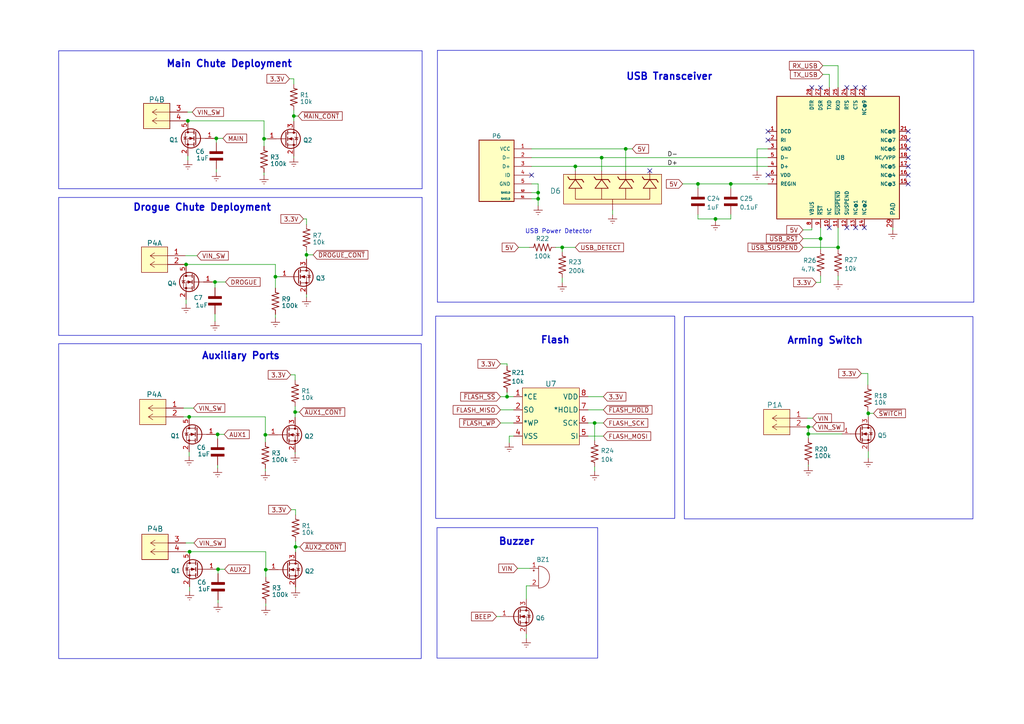
<source format=kicad_sch>
(kicad_sch (version 20230121) (generator eeschema)
  (paper "A4")
  (lib_symbols
    (symbol "Flight-Computer:Earth" (power) (pin_names (offset 0))
      (symbol "Earth_0_1"
        (polyline (pts (xy -0.635 -1.905) (xy 0.635 -1.905)))
        (polyline (pts (xy -0.127 -2.54) (xy 0.127 -2.54)))
        (polyline (pts (xy 0 -1.27) (xy 0 0)))
        (polyline (pts (xy 1.27 -1.27) (xy -1.27 -1.27)))
      )
      (symbol "Earth_1_1"
        (pin power_in line (at 0 0 270) (length 0) hide (name "Earth") (number "1"))
      )
    )
    (symbol "Full-Flight-Computer:1546551-4" (pin_names (offset 0.254) hide)
      (property "Reference" "P" (at 7.112 4.064 0))
      (symbol "1546551-4_0_1"
        (rectangle (start 5.08 2.54) (end 12.7 -4.826) (stroke (width 0.1524)) (fill (type background)))
      )
      (symbol "1546551-4_1_1"
        (polyline (pts (xy 10.16 -2.54) (xy 5.08 -2.54)) (stroke (width 0.127)))
        (polyline (pts (xy 10.16 -2.54) (xy 8.89 -3.3782)) (stroke (width 0.127)))
        (polyline (pts (xy 10.16 -2.54) (xy 8.89 -1.7018)) (stroke (width 0.127)))
        (polyline (pts (xy 10.16 0) (xy 5.08 0)) (stroke (width 0.127)))
        (polyline (pts (xy 10.16 0) (xy 8.89 -0.8382)) (stroke (width 0.127)))
        (polyline (pts (xy 10.16 0) (xy 8.89 0.8382)) (stroke (width 0.127)))
        (pin passive line (at 0 0 0) (length 5.08) (name "5") (number "1"))
        (pin passive line (at 0 -2.54 0) (length 5.08) (name "6") (number "2"))
      )
      (symbol "1546551-4_2_1"
        (polyline (pts (xy 5.08 2.54) (xy 5.08 -4.826)) (stroke (width 0.127)))
        (polyline (pts (xy 10.16 -2.54) (xy 5.08 -2.54)) (stroke (width 0.127)))
        (polyline (pts (xy 10.16 -2.54) (xy 8.89 -3.3782)) (stroke (width 0.127)))
        (polyline (pts (xy 10.16 -2.54) (xy 8.89 -1.7018)) (stroke (width 0.127)))
        (polyline (pts (xy 10.16 0) (xy 5.08 0)) (stroke (width 0.127)))
        (polyline (pts (xy 10.16 0) (xy 8.89 -0.8382)) (stroke (width 0.127)))
        (polyline (pts (xy 10.16 0) (xy 8.89 0.8382)) (stroke (width 0.127)))
        (polyline (pts (xy 12.7 -4.826) (xy 12.7 2.54)) (stroke (width 0.127)))
        (polyline (pts (xy 12.7 2.54) (xy 5.08 2.54)) (stroke (width 0.127)))
        (polyline (pts (xy 5.08 -4.826) (xy 8.382 -4.826) (xy 12.7 -4.826)) (stroke (width 0.127)))
        (pin passive line (at 0 0 0) (length 5.08) (name "5") (number "3"))
        (pin passive line (at 0 -2.54 0) (length 5.08) (name "6") (number "4"))
      )
    )
    (symbol "Full-Flight-Computer:2N7002W-7-F" (pin_names hide)
      (property "Reference" "Q" (at 5.08 1.905 0))
      (symbol "2N7002W-7-F_0_1"
        (polyline (pts (xy 0.254 0) (xy -2.54 0)))
        (polyline (pts (xy 0.254 1.905) (xy 0.254 -1.905)) (stroke (width 0.254)))
        (polyline (pts (xy 0.762 -1.27) (xy 0.762 -2.286)) (stroke (width 0.254)))
        (polyline (pts (xy 0.762 0.508) (xy 0.762 -0.508)) (stroke (width 0.254)))
        (polyline (pts (xy 0.762 2.286) (xy 0.762 1.27)) (stroke (width 0.254)))
        (polyline (pts (xy 2.54 2.54) (xy 2.54 1.778)))
        (polyline (pts (xy 2.54 -2.54) (xy 2.54 0) (xy 0.762 0)))
        (polyline (pts (xy 0.762 -1.778) (xy 3.302 -1.778) (xy 3.302 1.778) (xy 0.762 1.778)))
        (polyline (pts (xy 1.016 0) (xy 2.032 0.381) (xy 2.032 -0.381) (xy 1.016 0)) (fill (type outline)))
        (polyline (pts (xy 2.794 0.508) (xy 2.921 0.381) (xy 3.683 0.381) (xy 3.81 0.254)))
        (polyline (pts (xy 3.302 0.381) (xy 2.921 -0.254) (xy 3.683 -0.254) (xy 3.302 0.381)))
        (circle (center 1.651 0) (radius 2.794) (stroke (width 0.254)))
        (circle (center 2.54 -1.778) (radius 0.254) (fill (type outline)))
        (circle (center 2.54 1.778) (radius 0.254) (fill (type outline)))
      )
      (symbol "2N7002W-7-F_1_1"
        (pin input line (at -5.08 0 0) (length 2.54) (name "G") (number "1"))
        (pin passive line (at 2.54 -5.08 90) (length 2.54) (name "S") (number "2"))
        (pin passive line (at 2.54 5.08 270) (length 2.54) (name "D") (number "3"))
      )
    )
    (symbol "Full-Flight-Computer:AT-1438-TWT-R" (pin_names (offset 0.0254) hide)
      (property "Reference" "BZ" (at 3.81 1.27 0))
      (symbol "AT-1438-TWT-R_0_1"
        (arc (start 0 -3.175) (mid 3.1612 0) (end 0 3.175))
        (polyline (pts (xy -1.651 1.905) (xy -1.143 1.905)))
        (polyline (pts (xy -1.397 2.159) (xy -1.397 1.651)))
        (polyline (pts (xy 0 3.175) (xy 0 -3.175)))
      )
      (symbol "AT-1438-TWT-R_1_1"
        (pin passive line (at -2.54 2.54 0) (length 2.54) (name "-") (number "1"))
        (pin passive line (at -2.54 -2.54 0) (length 2.54) (name "+") (number "2"))
      )
    )
    (symbol "Full-Flight-Computer:CAP_0402" (pin_numbers hide) (pin_names (offset 1.016) hide)
      (property "Reference" "C" (at -1.27 3.81 0))
      (property "Value" "CAP_0402" (at -4.826 -3.81 0))
      (symbol "CAP_0402_0_0"
        (rectangle (start -1.27 -1.905) (end -0.635 1.905) (fill (type outline)))
        (rectangle (start 0.635 -1.905) (end 1.27 1.905) (fill (type outline)))
        (pin passive line (at 3.81 0 180) (length 2.54) (name "~") (number "1"))
        (pin passive line (at -3.81 0 0) (length 2.54) (name "~") (number "2"))
      )
    )
    (symbol "Full-Flight-Computer:CP2102-GMR" (pin_names (offset 1.016))
      (property "Reference" "U" (at -15.24 19.05 0))
      (symbol "CP2102-GMR_0_0"
        (rectangle (start -17.78 17.78) (end 17.78 -17.78) (stroke (width 0.254)) (fill (type background)))
        (pin bidirectional line (at -20.32 7.62 0) (length 2.54) (name "DCD") (number "1"))
        (pin bidirectional line (at -2.54 -20.32 90) (length 2.54) (name "NC") (number "10"))
        (pin bidirectional line (at 0 -20.32 90) (length 2.54) (name "~{SUSPEND}") (number "11"))
        (pin bidirectional line (at 2.54 -20.32 90) (length 2.54) (name "SUSPEND") (number "12"))
        (pin bidirectional line (at 5.08 -20.32 90) (length 2.54) (name "NC@1") (number "13"))
        (pin bidirectional line (at 7.62 -20.32 90) (length 2.54) (name "NC@2") (number "14"))
        (pin bidirectional line (at 20.32 -7.62 180) (length 2.54) (name "NC@3") (number "15"))
        (pin bidirectional line (at 20.32 -5.08 180) (length 2.54) (name "NC@4") (number "16"))
        (pin bidirectional line (at 20.32 -2.54 180) (length 2.54) (name "NC@5") (number "17"))
        (pin bidirectional line (at 20.32 0 180) (length 2.54) (name "NC/VPP") (number "18"))
        (pin bidirectional line (at 20.32 2.54 180) (length 2.54) (name "NC@6") (number "19"))
        (pin bidirectional line (at -20.32 5.08 0) (length 2.54) (name "RI") (number "2"))
        (pin bidirectional line (at 20.32 5.08 180) (length 2.54) (name "NC@7") (number "20"))
        (pin bidirectional line (at 20.32 7.62 180) (length 2.54) (name "NC@8") (number "21"))
        (pin bidirectional line (at 7.62 20.32 270) (length 2.54) (name "NC@9") (number "22"))
        (pin bidirectional line (at 5.08 20.32 270) (length 2.54) (name "CTS") (number "23"))
        (pin bidirectional line (at 2.54 20.32 270) (length 2.54) (name "RTS") (number "24"))
        (pin bidirectional line (at 0 20.32 270) (length 2.54) (name "RXD") (number "25"))
        (pin bidirectional line (at -2.54 20.32 270) (length 2.54) (name "TXD") (number "26"))
        (pin bidirectional line (at -5.08 20.32 270) (length 2.54) (name "DSR") (number "27"))
        (pin bidirectional line (at -7.62 20.32 270) (length 2.54) (name "DTR") (number "28"))
        (pin power_in line (at -20.32 2.54 0) (length 2.54) (name "GND") (number "3"))
        (pin bidirectional line (at -20.32 -2.54 0) (length 2.54) (name "D+") (number "4"))
        (pin bidirectional line (at -20.32 0 0) (length 2.54) (name "D-") (number "5"))
        (pin bidirectional line (at -20.32 -5.08 0) (length 2.54) (name "VDD") (number "6"))
        (pin power_in line (at -20.32 -7.62 0) (length 2.54) (name "REGIN") (number "7"))
        (pin power_in line (at -7.62 -20.32 90) (length 2.54) (name "VBUS") (number "8"))
        (pin bidirectional line (at -5.08 -20.32 90) (length 2.54) (name "~{RST}") (number "9"))
      )
      (symbol "CP2102-GMR_1_1"
        (pin passive line (at 15.875 -20.32 90) (length 2.54) (name "PAD") (number "29"))
      )
    )
    (symbol "Full-Flight-Computer:Earth" (power) (pin_names (offset 0))
      (symbol "Earth_0_1"
        (polyline (pts (xy -0.635 -1.905) (xy 0.635 -1.905)))
        (polyline (pts (xy -0.127 -2.54) (xy 0.127 -2.54)))
        (polyline (pts (xy 0 -1.27) (xy 0 0)))
        (polyline (pts (xy 1.27 -1.27) (xy -1.27 -1.27)))
      )
      (symbol "Earth_1_1"
        (pin power_in line (at 0 0 270) (length 0) hide (name "Earth") (number "1"))
      )
    )
    (symbol "Full-Flight-Computer:QS5U17TR" (pin_names hide)
      (property "Reference" "Q" (at 5.08 1.905 0))
      (symbol "QS5U17TR_0_1"
        (polyline (pts (xy 0.254 0) (xy -2.54 0)))
        (polyline (pts (xy 0.254 1.905) (xy 0.254 -1.905)) (stroke (width 0.254)))
        (polyline (pts (xy 0.762 -1.27) (xy 0.762 -2.286)) (stroke (width 0.254)))
        (polyline (pts (xy 0.762 0.508) (xy 0.762 -0.508)) (stroke (width 0.254)))
        (polyline (pts (xy 0.762 2.286) (xy 0.762 1.27)) (stroke (width 0.254)))
        (polyline (pts (xy 2.54 2.54) (xy 2.54 1.778)))
        (polyline (pts (xy 2.54 -2.54) (xy 2.54 0) (xy 0.762 0)))
        (polyline (pts (xy 0.762 -1.778) (xy 3.302 -1.778) (xy 3.302 1.778) (xy 0.762 1.778)))
        (polyline (pts (xy 1.016 0) (xy 2.032 0.381) (xy 2.032 -0.381) (xy 1.016 0)) (fill (type outline)))
        (polyline (pts (xy 2.794 0.508) (xy 2.921 0.381) (xy 3.683 0.381) (xy 3.81 0.254)))
        (polyline (pts (xy 3.302 0.381) (xy 2.921 -0.254) (xy 3.683 -0.254) (xy 3.302 0.381)))
        (circle (center 1.651 0) (radius 2.794) (stroke (width 0.254)))
        (circle (center 2.54 -1.778) (radius 0.254) (fill (type outline)))
        (circle (center 2.54 1.778) (radius 0.254) (fill (type outline)))
      )
      (symbol "QS5U17TR_1_1"
        (pin input line (at -5.08 0 0) (length 2.54) (name "G") (number "1"))
        (pin passive line (at 2.54 -5.08 90) (length 2.54) (name "S") (number "2"))
        (pin no_connect line (at 8.89 0.635 270) (length 2.54) hide (name "") (number "3"))
        (pin no_connect line (at 11.43 0.635 270) (length 2.54) hide (name "") (number "4"))
        (pin passive line (at 2.54 5.08 270) (length 2.54) (name "D") (number "5"))
      )
    )
    (symbol "Full-Flight-Computer:RES_0402" (pin_numbers hide) (pin_names (offset 1.016) hide)
      (property "Reference" "R" (at -1.27 1.27 0))
      (property "Value" "RES_0402" (at -3.81 -2.54 0))
      (symbol "RES_0402_0_0"
        (polyline (pts (xy -2.54 0) (xy -2.159 1.016)) (stroke (width 0.2032)))
        (polyline (pts (xy -2.159 1.016) (xy -1.524 -1.016)) (stroke (width 0.2032)))
        (polyline (pts (xy -1.524 -1.016) (xy -0.889 1.016)) (stroke (width 0.2032)))
        (polyline (pts (xy -0.889 1.016) (xy -0.254 -1.016)) (stroke (width 0.2032)))
        (polyline (pts (xy -0.254 -1.016) (xy 0.381 1.016)) (stroke (width 0.2032)))
        (polyline (pts (xy 0.381 1.016) (xy 1.016 -1.016)) (stroke (width 0.2032)))
        (polyline (pts (xy 1.016 -1.016) (xy 1.651 1.016)) (stroke (width 0.2032)))
        (polyline (pts (xy 1.651 1.016) (xy 2.286 -1.016)) (stroke (width 0.2032)))
        (polyline (pts (xy 2.286 -1.016) (xy 2.54 0)) (stroke (width 0.2032)))
        (pin passive line (at -3.81 0 0) (length 1.27) (name "~") (number "1"))
        (pin passive line (at 3.81 0 180) (length 1.27) (name "~") (number "2"))
      )
    )
    (symbol "Full-Flight-Computer:SP0504BAHTG" (pin_numbers hide) (pin_names hide)
      (property "Reference" "D" (at -15.748 1.905 0))
      (symbol "SP0504BAHTG_0_1"
        (rectangle (start -14.224 4.699) (end 14.224 -3.937) (stroke (width 0.1524)) (fill (type background)))
        (polyline (pts (xy -8.89 3.175) (xy -8.382 2.413)) (stroke (width 0.254)))
        (polyline (pts (xy -3.175 0.635) (xy -3.175 -2.54)) (stroke (width 0.1524)))
        (polyline (pts (xy 3.81 0.635) (xy 3.81 -2.54)) (stroke (width 0.1524)))
        (polyline (pts (xy -8.89 3.175) (xy -12.446 3.175) (xy -12.954 3.937)) (stroke (width 0.254)))
        (polyline (pts (xy 10.795 0.635) (xy 10.795 -2.54) (xy 0 -2.54)) (stroke (width 0.1524)))
        (polyline (pts (xy 0 -3.175) (xy 0 -2.54) (xy -10.795 -2.54) (xy -10.795 0.635)) (stroke (width 0.1524)))
      )
      (symbol "SP0504BAHTG_1_1"
        (polyline (pts (xy -12.7 0.635) (xy -8.89 0.635)) (stroke (width 0.2032)))
        (polyline (pts (xy -10.795 3.175) (xy -12.7 0.635)) (stroke (width 0.2032)))
        (polyline (pts (xy -8.89 0.635) (xy -10.795 3.175)) (stroke (width 0.2032)))
        (polyline (pts (xy -5.08 0.635) (xy -1.27 0.635)) (stroke (width 0.2032)))
        (polyline (pts (xy -3.175 3.175) (xy -5.08 0.635)) (stroke (width 0.2032)))
        (polyline (pts (xy -1.27 0.635) (xy -3.175 3.175)) (stroke (width 0.2032)))
        (polyline (pts (xy -1.27 3.175) (xy -0.762 2.413)) (stroke (width 0.254)))
        (polyline (pts (xy 1.905 0.635) (xy 5.715 0.635)) (stroke (width 0.2032)))
        (polyline (pts (xy 3.81 3.175) (xy 1.905 0.635)) (stroke (width 0.2032)))
        (polyline (pts (xy 5.588 3.175) (xy 6.096 2.413)) (stroke (width 0.254)))
        (polyline (pts (xy 5.715 0.635) (xy 3.81 3.175)) (stroke (width 0.2032)))
        (polyline (pts (xy 8.89 0.635) (xy 12.7 0.635)) (stroke (width 0.2032)))
        (polyline (pts (xy 10.795 3.175) (xy 8.89 0.635)) (stroke (width 0.2032)))
        (polyline (pts (xy 12.7 0.635) (xy 10.795 3.175)) (stroke (width 0.2032)))
        (polyline (pts (xy 12.7 3.175) (xy 13.208 2.413)) (stroke (width 0.254)))
        (polyline (pts (xy -1.27 3.175) (xy -4.826 3.175) (xy -5.334 3.937)) (stroke (width 0.254)))
        (polyline (pts (xy 5.588 3.175) (xy 2.032 3.175) (xy 1.524 3.937)) (stroke (width 0.254)))
        (polyline (pts (xy 12.7 3.175) (xy 9.144 3.175) (xy 8.636 3.937)) (stroke (width 0.254)))
        (pin passive line (at -10.795 5.715 270) (length 2.54) (name "~") (number "1"))
        (pin passive line (at 0 -5.715 90) (length 2.54) (name "~") (number "2"))
        (pin passive line (at -3.175 5.715 270) (length 2.54) (name "~") (number "3"))
        (pin passive line (at 3.81 5.715 270) (length 2.54) (name "~") (number "4"))
        (pin passive line (at 10.795 5.715 270) (length 2.54) (name "~") (number "5"))
      )
    )
    (symbol "Full-Flight-Computer:SST25VF040B-50-4I-S2AE-T" (pin_names (offset 0.254))
      (property "Reference" "U" (at -2.54 6.35 0))
      (symbol "SST25VF040B-50-4I-S2AE-T_1_1"
        (rectangle (start -8.89 5.08) (end 7.62 -11.43) (stroke (width 0.1524)) (fill (type background)))
        (pin input line (at -11.43 2.54 0) (length 2.54) (name "*CE") (number "1"))
        (pin output line (at -11.43 -1.27 0) (length 2.54) (name "SO") (number "2"))
        (pin input line (at -11.43 -5.08 0) (length 2.54) (name "*WP") (number "3"))
        (pin power_in line (at -11.43 -8.89 0) (length 2.54) (name "VSS") (number "4"))
        (pin input line (at 10.16 -8.89 180) (length 2.54) (name "SI") (number "5"))
        (pin input line (at 10.16 -5.08 180) (length 2.54) (name "SCK") (number "6"))
        (pin input line (at 10.16 -1.27 180) (length 2.54) (name "*HOLD") (number "7"))
        (pin power_in line (at 10.16 2.54 180) (length 2.54) (name "VDD") (number "8"))
      )
    )
    (symbol "Full-Flight-Computer:USB" (pin_names (offset 1.016))
      (property "Reference" "P" (at -5.08 10.922 0))
      (symbol "USB_0_0"
        (rectangle (start -5.08 -7.62) (end 5.08 10.16) (stroke (width 0.254)) (fill (type background)))
        (pin power_out line (at -10.16 7.62 0) (length 5.08) (name "VCC") (number "1"))
        (pin bidirectional line (at -10.16 5.08 0) (length 5.08) (name "D-") (number "2"))
        (pin bidirectional line (at -10.16 2.54 0) (length 5.08) (name "D+") (number "3"))
        (pin power_out line (at -10.16 0 0) (length 5.08) (name "ID") (number "4"))
        (pin power_out line (at -10.16 -2.54 0) (length 5.08) (name "GND") (number "5"))
        (pin passive line (at -10.16 -6.858 0) (length 5.08) (name "SHIELD") (number "S1"))
        (pin passive line (at -10.16 -5.08 0) (length 5.08) (name "SHIELD") (number "S2"))
      )
    )
  )
  (junction (at 77.089 165.227))
  (junction (at 207.518 63.5))
  (junction (at 85.217 33.655))
  (junction (at 147.066 115.062))
  (junction (at 79.883 80.264))
  (junction (at 76.962 126.111))
  (junction (at 172.466 122.682))
  (junction (at 234.442 123.825))
  (junction (at 166.878 48.26))
  (junction (at 174.498 45.72))
  (junction (at 54.483 35.052))
  (junction (at 156.083 57.658))
  (junction (at 251.841 119.888))
  (junction (at 202.438 53.34))
  (junction (at 211.963 53.34))
  (junction (at 156.083 55.88))
  (junction (at 63.119 125.984))
  (junction (at 237.998 69.215))
  (junction (at 88.9 73.914))
  (junction (at 54.864 120.904))
  (junction (at 62.357 81.788))
  (junction (at 163.068 71.755))
  (junction (at 53.975 76.708))
  (junction (at 76.581 40.259))
  (junction (at 54.991 160.02))
  (junction (at 62.738 40.132))
  (junction (at 85.725 158.623))
  (junction (at 63.246 165.1))
  (junction (at 234.442 125.857))
  (junction (at 85.598 119.507))
  (junction (at 243.078 71.755))
  (junction (at 181.483 43.18))
  (no_connect (at 263.398 53.34))
  (no_connect (at 188.468 49.53))
  (no_connect (at 263.398 45.72))
  (no_connect (at 263.398 50.8))
  (no_connect (at 263.398 48.26))
  (no_connect (at 263.398 38.1))
  (no_connect (at 263.398 43.18))
  (no_connect (at 263.398 40.64))
  (no_connect (at 248.158 66.04))
  (no_connect (at 245.618 66.04))
  (no_connect (at 250.698 66.04))
  (no_connect (at 235.458 25.4))
  (no_connect (at 237.998 25.4))
  (no_connect (at 222.758 40.64))
  (no_connect (at 222.758 38.1))
  (no_connect (at 248.158 25.4))
  (no_connect (at 245.618 25.4))
  (no_connect (at 250.698 25.4))
  (no_connect (at 154.178 50.8))
  (no_connect (at 240.538 66.04))
  (no_connect (at 222.758 50.8))
  (wire (pts (xy 145.161 105.537) (xy 147.066 105.537)))
  (wire (pts (xy 207.518 63.5) (xy 207.518 64.135)))
  (wire (pts (xy 53.975 76.708) (xy 79.883 76.708)))
  (wire (pts (xy 54.991 170.18) (xy 54.991 171.45)))
  (wire (pts (xy 154.178 55.88) (xy 156.083 55.88)))
  (wire (pts (xy 258.953 66.04) (xy 258.953 66.675)))
  (wire (pts (xy 88.9 72.771) (xy 88.9 73.914)))
  (wire (pts (xy 251.841 130.937) (xy 251.841 132.842)))
  (wire (pts (xy 88.011 63.5) (xy 88.9 63.5)))
  (wire (pts (xy 152.654 169.926) (xy 153.67 169.926)))
  (wire (pts (xy 79.883 76.708) (xy 79.883 80.264)))
  (wire (pts (xy 234.442 125.857) (xy 234.442 127.127)))
  (wire (pts (xy 88.9 73.914) (xy 88.9 75.184)))
  (wire (pts (xy 243.078 72.39) (xy 243.078 71.755)))
  (wire (pts (xy 79.883 91.186) (xy 79.883 92.202)))
  (wire (pts (xy 181.483 43.18) (xy 183.388 43.18)))
  (wire (pts (xy 63.119 134.874) (xy 63.119 135.763)))
  (wire (pts (xy 85.725 158.623) (xy 86.995 158.623)))
  (wire (pts (xy 63.119 125.984) (xy 65.024 125.984)))
  (wire (pts (xy 76.962 126.111) (xy 77.978 126.111)))
  (wire (pts (xy 62.738 49.022) (xy 62.738 49.911)))
  (wire (pts (xy 53.213 118.364) (xy 56.134 118.364)))
  (wire (pts (xy 85.598 119.507) (xy 86.868 119.507)))
  (wire (pts (xy 211.963 62.23) (xy 211.963 63.5)))
  (wire (pts (xy 249.809 108.331) (xy 251.714 108.331)))
  (polyline (pts (xy 282.448 87.63) (xy 126.873 87.63)))
  (wire (pts (xy 85.598 108.712) (xy 85.598 110.236)))
  (wire (pts (xy 145.161 118.872) (xy 148.971 118.872)))
  (wire (pts (xy 63.246 166.37) (xy 63.246 165.1)))
  (wire (pts (xy 166.878 48.26) (xy 166.878 49.53)))
  (wire (pts (xy 62.738 41.402) (xy 62.738 40.132)))
  (wire (pts (xy 54.356 35.052) (xy 54.483 35.052)))
  (wire (pts (xy 156.083 57.658) (xy 156.083 59.69)))
  (wire (pts (xy 234.442 123.825) (xy 234.442 125.857)))
  (wire (pts (xy 177.673 60.96) (xy 177.673 62.23)))
  (wire (pts (xy 88.9 63.5) (xy 88.9 65.151)))
  (wire (pts (xy 62.103 40.132) (xy 62.738 40.132)))
  (wire (pts (xy 85.725 158.623) (xy 85.725 160.147)))
  (wire (pts (xy 181.483 43.18) (xy 181.483 49.53)))
  (wire (pts (xy 83.947 22.86) (xy 85.217 22.86)))
  (wire (pts (xy 222.758 43.18) (xy 219.583 43.18)))
  (wire (pts (xy 237.998 80.01) (xy 237.998 81.915)))
  (wire (pts (xy 85.598 119.507) (xy 85.598 121.031)))
  (wire (pts (xy 154.178 48.26) (xy 166.878 48.26)))
  (wire (pts (xy 161.163 71.755) (xy 163.068 71.755)))
  (wire (pts (xy 62.357 81.788) (xy 65.405 81.788)))
  (polyline (pts (xy 17.018 57.277) (xy 122.428 57.277)))
  (wire (pts (xy 76.962 135.89) (xy 76.962 136.652)))
  (wire (pts (xy 147.066 105.537) (xy 147.066 106.172)))
  (wire (pts (xy 202.438 62.23) (xy 202.438 63.5)))
  (wire (pts (xy 88.9 73.914) (xy 90.805 73.914)))
  (wire (pts (xy 152.654 183.896) (xy 152.654 185.166)))
  (wire (pts (xy 211.963 53.34) (xy 222.758 53.34)))
  (wire (pts (xy 63.119 127.254) (xy 63.119 125.984)))
  (wire (pts (xy 251.841 119.888) (xy 251.841 120.777)))
  (wire (pts (xy 147.066 115.062) (xy 148.971 115.062)))
  (wire (pts (xy 234.442 123.825) (xy 235.712 123.825)))
  (wire (pts (xy 234.188 123.825) (xy 234.442 123.825)))
  (wire (pts (xy 54.864 131.064) (xy 54.864 132.334)))
  (wire (pts (xy 77.089 165.227) (xy 78.105 165.227)))
  (wire (pts (xy 63.246 173.99) (xy 63.246 174.879)))
  (wire (pts (xy 232.918 71.755) (xy 243.078 71.755)))
  (wire (pts (xy 62.611 165.1) (xy 63.246 165.1)))
  (wire (pts (xy 240.538 21.59) (xy 240.538 25.4)))
  (wire (pts (xy 79.883 80.264) (xy 81.28 80.264)))
  (wire (pts (xy 76.581 40.259) (xy 77.597 40.259)))
  (wire (pts (xy 76.581 50.038) (xy 76.581 50.8)))
  (wire (pts (xy 197.993 53.34) (xy 202.438 53.34)))
  (wire (pts (xy 63.246 165.1) (xy 65.151 165.1)))
  (wire (pts (xy 154.178 45.72) (xy 174.498 45.72)))
  (wire (pts (xy 85.217 32.004) (xy 85.217 33.655)))
  (wire (pts (xy 79.883 80.264) (xy 79.883 83.566)))
  (polyline (pts (xy 282.448 14.605) (xy 282.448 87.63)))
  (wire (pts (xy 84.455 147.828) (xy 85.725 147.828)))
  (wire (pts (xy 166.878 48.26) (xy 222.758 48.26)))
  (wire (pts (xy 76.581 35.052) (xy 76.581 40.259)))
  (wire (pts (xy 85.598 131.191) (xy 85.598 131.572)))
  (wire (pts (xy 154.178 57.658) (xy 156.083 57.658)))
  (wire (pts (xy 163.068 71.755) (xy 166.878 71.755)))
  (wire (pts (xy 154.178 53.34) (xy 156.083 53.34)))
  (wire (pts (xy 62.484 125.984) (xy 63.119 125.984)))
  (wire (pts (xy 145.161 115.062) (xy 147.066 115.062)))
  (polyline (pts (xy 122.428 57.277) (xy 122.428 97.282)))
  (wire (pts (xy 144.018 178.816) (xy 145.034 178.816)))
  (wire (pts (xy 54.991 160.02) (xy 77.089 160.02)))
  (wire (pts (xy 85.725 156.972) (xy 85.725 158.623)))
  (wire (pts (xy 156.083 55.88) (xy 156.083 57.658)))
  (wire (pts (xy 54.864 120.904) (xy 76.962 120.904)))
  (wire (pts (xy 238.633 21.59) (xy 240.538 21.59)))
  (wire (pts (xy 148.971 126.492) (xy 147.701 126.492)))
  (wire (pts (xy 77.089 175.006) (xy 77.089 175.768)))
  (wire (pts (xy 53.848 157.48) (xy 56.261 157.48)))
  (wire (pts (xy 84.328 108.712) (xy 85.598 108.712)))
  (wire (pts (xy 150.114 164.846) (xy 153.67 164.846)))
  (wire (pts (xy 170.561 115.062) (xy 175.006 115.062)))
  (wire (pts (xy 232.918 69.215) (xy 237.998 69.215)))
  (wire (pts (xy 232.918 66.675) (xy 235.458 66.675)))
  (wire (pts (xy 237.998 69.215) (xy 237.998 66.04)))
  (wire (pts (xy 54.483 35.052) (xy 76.581 35.052)))
  (wire (pts (xy 174.498 45.72) (xy 174.498 49.53)))
  (wire (pts (xy 77.089 165.227) (xy 77.089 167.386)))
  (wire (pts (xy 152.654 173.736) (xy 152.654 169.926)))
  (wire (pts (xy 85.217 45.339) (xy 85.217 45.72)))
  (wire (pts (xy 53.975 86.868) (xy 53.975 88.138)))
  (wire (pts (xy 238.633 19.05) (xy 243.078 19.05)))
  (wire (pts (xy 211.963 53.34) (xy 211.963 54.61)))
  (wire (pts (xy 172.466 122.682) (xy 172.466 127.762)))
  (wire (pts (xy 174.498 45.72) (xy 222.758 45.72)))
  (wire (pts (xy 53.721 74.168) (xy 57.15 74.168)))
  (polyline (pts (xy 17.018 14.732) (xy 122.428 14.732)))
  (wire (pts (xy 211.963 63.5) (xy 207.518 63.5)))
  (wire (pts (xy 88.9 85.344) (xy 88.9 86.233)))
  (wire (pts (xy 219.583 43.18) (xy 219.583 49.53)))
  (wire (pts (xy 235.458 66.675) (xy 235.458 66.04)))
  (polyline (pts (xy 122.428 97.282) (xy 17.018 97.282)))
  (wire (pts (xy 85.217 33.655) (xy 86.487 33.655)))
  (wire (pts (xy 156.083 53.34) (xy 156.083 55.88)))
  (wire (pts (xy 76.581 40.259) (xy 76.581 42.418)))
  (wire (pts (xy 163.068 80.645) (xy 163.068 81.915)))
  (wire (pts (xy 53.213 120.904) (xy 54.864 120.904)))
  (wire (pts (xy 150.368 71.755) (xy 153.543 71.755)))
  (wire (pts (xy 85.217 22.86) (xy 85.217 24.384)))
  (wire (pts (xy 145.161 122.682) (xy 148.971 122.682)))
  (wire (pts (xy 251.714 119.253) (xy 251.714 119.888)))
  (wire (pts (xy 154.178 43.18) (xy 181.483 43.18)))
  (polyline (pts (xy 122.428 14.732) (xy 122.428 54.737)))
  (wire (pts (xy 61.595 81.788) (xy 62.357 81.788)))
  (wire (pts (xy 53.848 160.02) (xy 54.991 160.02)))
  (wire (pts (xy 54.483 45.212) (xy 54.483 46.482)))
  (wire (pts (xy 76.962 120.904) (xy 76.962 126.111)))
  (wire (pts (xy 53.721 76.708) (xy 53.975 76.708)))
  (polyline (pts (xy 126.873 14.605) (xy 126.873 87.63)))
  (wire (pts (xy 85.725 147.828) (xy 85.725 149.352)))
  (wire (pts (xy 234.442 125.857) (xy 244.221 125.857)))
  (wire (pts (xy 243.078 80.01) (xy 243.078 81.28)))
  (wire (pts (xy 172.466 122.682) (xy 175.006 122.682)))
  (wire (pts (xy 172.466 135.382) (xy 172.466 136.652)))
  (wire (pts (xy 163.068 71.755) (xy 163.068 73.025)))
  (wire (pts (xy 85.598 117.856) (xy 85.598 119.507)))
  (wire (pts (xy 62.357 91.059) (xy 62.357 93.218)))
  (wire (pts (xy 234.188 121.285) (xy 235.712 121.285)))
  (wire (pts (xy 202.438 53.34) (xy 211.963 53.34)))
  (wire (pts (xy 76.962 126.111) (xy 76.962 128.27)))
  (wire (pts (xy 243.078 66.04) (xy 243.078 71.755)))
  (wire (pts (xy 237.998 69.215) (xy 237.998 72.39)))
  (wire (pts (xy 147.701 126.492) (xy 147.701 128.397)))
  (wire (pts (xy 77.089 160.02) (xy 77.089 165.227)))
  (wire (pts (xy 85.725 170.307) (xy 85.725 170.688)))
  (polyline (pts (xy 122.428 54.737) (xy 17.018 54.737)))
  (wire (pts (xy 202.438 53.34) (xy 202.438 54.61)))
  (polyline (pts (xy 17.018 14.732) (xy 17.018 54.737)))
  (wire (pts (xy 251.841 119.888) (xy 253.365 119.888)))
  (wire (pts (xy 147.066 113.792) (xy 147.066 115.062)))
  (wire (pts (xy 243.078 19.05) (xy 243.078 25.4)))
  (wire (pts (xy 251.714 108.331) (xy 251.714 111.633)))
  (wire (pts (xy 202.438 63.5) (xy 207.518 63.5)))
  (wire (pts (xy 170.561 118.872) (xy 175.006 118.872)))
  (wire (pts (xy 54.356 32.512) (xy 55.753 32.512)))
  (wire (pts (xy 251.714 119.888) (xy 251.841 119.888)))
  (wire (pts (xy 170.561 126.492) (xy 175.006 126.492)))
  (wire (pts (xy 237.998 81.915) (xy 236.728 81.915)))
  (wire (pts (xy 234.442 135.255) (xy 234.442 134.747)))
  (polyline (pts (xy 17.018 57.277) (xy 17.018 97.282)))
  (wire (pts (xy 170.561 122.682) (xy 172.466 122.682)))
  (wire (pts (xy 62.738 40.132) (xy 64.643 40.132)))
  (polyline (pts (xy 126.873 14.605) (xy 282.448 14.605)))
  (wire (pts (xy 85.217 33.655) (xy 85.217 35.179)))
  (wire (pts (xy 62.357 81.788) (xy 62.357 83.439)))
  (rectangle (start 126.746 153.035) (end 173.355 190.881))
  (rectangle (start 198.501 91.821) (end 282.194 150.495))
  (rectangle (start 126.365 91.694) (end 195.707 150.368))
  (rectangle (start 17.018 99.695) (end 122.174 191.008))
  (text "USB Power Detector" (at 152.273 67.945 0) (effects (font (size 1.27 1.27)) (justify left bottom)))
  (text "Arming Switch" (at 228.219 100.076 0) (effects (font (size 2.032 2.032) (thickness 0.4064) bold) (justify left bottom)))
  (text "Drogue Chute Deployment" (at 38.481 61.468 0) (effects (font (size 2.032 2.032) (thickness 0.4064) bold) (justify left bottom)))
  (text "Buzzer" (at 144.526 158.369 0) (effects (font (size 2.032 2.032) (thickness 0.4064) bold) (justify left bottom)))
  (text "Auxiliary Ports" (at 58.42 104.521 0) (effects (font (size 2.032 2.032) (thickness 0.4064) bold) (justify left bottom)))
  (text "Flash" (at 156.718 99.949 0) (effects (font (size 2.032 2.032) (thickness 0.4064) bold) (justify left bottom)))
  (text "USB Transceiver" (at 181.483 23.495 0) (effects (font (size 2.032 2.032) (thickness 0.4064) bold) (justify left bottom)))
  (text "Main Chute Deployment" (at 48.133 19.812 0) (effects (font (size 2.032 2.032) (thickness 0.4064) bold) (justify left bottom)))
  (label "D-" (at 193.548 45.72 0))
  (label "D+" (at 193.548 48.26 0))
  (global_label "VIN" (shape input) (at 150.114 164.846 180) (property "Intersheetrefs" "${INTERSHEET_REFS}" (effects hide)))
  (global_label "USB_DETECT" (shape input) (at 166.878 71.755 0) (property "Intersheetrefs" "${INTERSHEET_REFS}" (effects hide)))
  (global_label "3.3V" (shape input) (at 83.947 22.86 180) (property "Intersheetrefs" "${INTERSHEET_REFS}" (effects hide)))
  (global_label "FLASH_MISO" (shape input) (at 145.161 118.872 180) (property "Intersheetrefs" "${INTERSHEET_REFS}" (effects hide)))
  (global_label "~{FLASH_SS}" (shape input) (at 145.161 115.062 180) (property "Intersheetrefs" "${INTERSHEET_REFS}" (effects hide)))
  (global_label "3.3V" (shape input) (at 88.011 63.5 180) (property "Intersheetrefs" "${INTERSHEET_REFS}" (effects hide)))
  (global_label "DROGUE" (shape input) (at 65.405 81.788 0) (property "Intersheetrefs" "${INTERSHEET_REFS}" (effects hide)))
  (global_label "5V" (shape input) (at 150.368 71.755 180) (property "Intersheetrefs" "${INTERSHEET_REFS}" (effects hide)))
  (global_label "RX_USB" (shape input) (at 238.633 19.05 180) (property "Intersheetrefs" "${INTERSHEET_REFS}" (effects hide)))
  (global_label "BEEP" (shape input) (at 144.018 178.816 180) (property "Intersheetrefs" "${INTERSHEET_REFS}" (effects hide)))
  (global_label "3.3V" (shape input) (at 175.006 115.062 0) (property "Intersheetrefs" "${INTERSHEET_REFS}" (effects hide)))
  (global_label "3.3V" (shape input) (at 249.809 108.331 180) (property "Intersheetrefs" "${INTERSHEET_REFS}" (effects hide)))
  (global_label "TX_USB" (shape input) (at 238.633 21.59 180) (property "Intersheetrefs" "${INTERSHEET_REFS}" (effects hide)))
  (global_label "~{USB_SUSPEND}" (shape input) (at 232.918 71.755 180) (property "Intersheetrefs" "${INTERSHEET_REFS}" (effects hide)))
  (global_label "~{MAIN_CONT}" (shape input) (at 86.487 33.655 0) (property "Intersheetrefs" "${INTERSHEET_REFS}" (effects hide)))
  (global_label "VIN_SW" (shape input) (at 235.712 123.825 0) (property "Intersheetrefs" "${INTERSHEET_REFS}" (effects hide)))
  (global_label "~{FLASH_HOLD}" (shape input) (at 175.006 118.872 0) (property "Intersheetrefs" "${INTERSHEET_REFS}" (effects hide)))
  (global_label "FLASH_MOSI" (shape input) (at 175.006 126.492 0) (property "Intersheetrefs" "${INTERSHEET_REFS}" (effects hide)))
  (global_label "VIN_SW" (shape input) (at 56.134 118.364 0) (property "Intersheetrefs" "${INTERSHEET_REFS}" (effects hide)))
  (global_label "VIN_SW" (shape input) (at 57.15 74.168 0) (property "Intersheetrefs" "${INTERSHEET_REFS}" (effects hide)))
  (global_label "3.3V" (shape input) (at 84.328 108.712 180) (property "Intersheetrefs" "${INTERSHEET_REFS}" (effects hide)))
  (global_label "VIN" (shape input) (at 235.712 121.285 0) (property "Intersheetrefs" "${INTERSHEET_REFS}" (effects hide)))
  (global_label "VIN_SW" (shape input) (at 55.753 32.512 0) (property "Intersheetrefs" "${INTERSHEET_REFS}" (effects hide)))
  (global_label "3.3V" (shape input) (at 84.455 147.828 180) (property "Intersheetrefs" "${INTERSHEET_REFS}" (effects hide)))
  (global_label "~{USB_RST}" (shape input) (at 232.918 69.215 180) (property "Intersheetrefs" "${INTERSHEET_REFS}" (effects hide)))
  (global_label "VIN_SW" (shape input) (at 56.261 157.48 0) (property "Intersheetrefs" "${INTERSHEET_REFS}" (effects hide)))
  (global_label "3.3V" (shape input) (at 145.161 105.537 180) (property "Intersheetrefs" "${INTERSHEET_REFS}" (effects hide)))
  (global_label "~{AUX1_CONT}" (shape input) (at 86.868 119.507 0) (property "Intersheetrefs" "${INTERSHEET_REFS}" (effects hide)))
  (global_label "5V" (shape input) (at 232.918 66.675 180) (property "Intersheetrefs" "${INTERSHEET_REFS}" (effects hide)))
  (global_label "5V" (shape input) (at 183.388 43.18 0) (property "Intersheetrefs" "${INTERSHEET_REFS}" (effects hide)))
  (global_label "~{AUX2_CONT}" (shape input) (at 86.995 158.623 0) (property "Intersheetrefs" "${INTERSHEET_REFS}" (effects hide)))
  (global_label "~{FLASH_WP}" (shape input) (at 145.161 122.682 180) (property "Intersheetrefs" "${INTERSHEET_REFS}" (effects hide)))
  (global_label "~{SWITCH}" (shape input) (at 253.365 119.888 0) (property "Intersheetrefs" "${INTERSHEET_REFS}" (effects hide)))
  (global_label "3.3V" (shape input) (at 236.728 81.915 180) (property "Intersheetrefs" "${INTERSHEET_REFS}" (effects hide)))
  (global_label "AUX2" (shape input) (at 65.151 165.1 0) (property "Intersheetrefs" "${INTERSHEET_REFS}" (effects hide)))
  (global_label "FLASH_SCK" (shape input) (at 175.006 122.682 0) (property "Intersheetrefs" "${INTERSHEET_REFS}" (effects hide)))
  (global_label "MAIN" (shape input) (at 64.643 40.132 0) (property "Intersheetrefs" "${INTERSHEET_REFS}" (effects hide)))
  (global_label "5V" (shape input) (at 197.993 53.34 180) (property "Intersheetrefs" "${INTERSHEET_REFS}" (effects hide)))
  (global_label "AUX1" (shape input) (at 65.024 125.984 0) (property "Intersheetrefs" "${INTERSHEET_REFS}" (effects hide)))
  (global_label "~{DROGUE_CONT}" (shape input) (at 90.805 73.914 0) (property "Intersheetrefs" "${INTERSHEET_REFS}" (effects hide)))
  (symbol (lib_id "Full-Flight-Computer:2N7002W-7-F") (at 83.185 165.227 0) (unit 1)
    (property "Reference" "Q2" (at 88.392 165.6608 0) (effects (justify left)))
    (property "Value" "2N7002W-7-F" (effects hide))
    (property "Footprint" "Full-Flight-Computer:2N7002W-7-F" (effects hide))
    (property "Datasheet" "https://www.onsemi.com/pub/Collateral/NDS7002A-D.PDF" (effects hide))
    (instances (project "Base-Flight-Computer-Test" (path "" (reference "Q2") (unit 1))) (project "Full-Flight-Computer" (path "" (reference "Q7") (unit 1))))
  )
  (symbol (lib_id "Full-Flight-Computer:Earth") (at 54.864 132.334 0) (unit 1)
    (property "Reference" "#PWR04" (effects hide))
    (property "Value" "Earth" (effects hide))
    (instances (project "Base-Flight-Computer-Test" (path "" (reference "#PWR04") (unit 1))) (project "Full-Flight-Computer" (path "" (reference "#PWR033") (unit 1))))
  )
  (symbol (lib_id "Full-Flight-Computer:CAP_0402") (at 62.738 45.212 90) (unit 1)
    (property "Reference" "C6" (at 56.642 43.942 90) (effects (justify right)))
    (property "Value" "1uF" (at 56.896 45.847 90) (effects (justify right)))
    (property "Footprint" "Full-Flight-Computer:CAP_0402" (effects hide))
    (instances (project "Base-Flight-Computer-Test" (path "" (reference "C6") (unit 1))) (project "Full-Flight-Computer" (path "" (reference "C21") (unit 1))))
  )
  (symbol (lib_id "Full-Flight-Computer:CAP_0402") (at 211.963 58.42 90) (unit 1)
    (property "Reference" "C25" (at 214.503 57.5853 90) (effects (justify right)))
    (property "Value" "0.1uF" (at 214.503 60.1222 90) (effects (justify right)))
    (property "Footprint" "Full-Flight-Computer:CAP_0402" (effects hide))
  )
  (symbol (lib_id "Full-Flight-Computer:Earth") (at 63.119 135.763 0) (unit 1)
    (property "Reference" "#PWR07" (effects hide))
    (property "Value" "Earth" (effects hide))
    (instances (project "Base-Flight-Computer-Test" (path "" (reference "#PWR07") (unit 1))) (project "Full-Flight-Computer" (path "" (reference "#PWR037") (unit 1))))
  )
  (symbol (lib_id "Full-Flight-Computer:2N7002W-7-F") (at 83.058 126.111 0) (unit 1)
    (property "Reference" "Q2" (at 88.265 126.5448 0) (effects (justify left)))
    (property "Value" "2N7002W-7-F" (effects hide))
    (property "Footprint" "Full-Flight-Computer:2N7002W-7-F" (effects hide))
    (property "Datasheet" "https://www.onsemi.com/pub/Collateral/NDS7002A-D.PDF" (effects hide))
    (instances (project "Base-Flight-Computer-Test" (path "" (reference "Q2") (unit 1))) (project "Full-Flight-Computer" (path "" (reference "Q6") (unit 1))))
  )
  (symbol (lib_id "Full-Flight-Computer:RES_0402") (at 243.078 76.2 90) (unit 1)
    (property "Reference" "R27" (at 244.8306 75.3653 90) (effects (justify right)))
    (property "Value" "10k" (at 244.8306 77.9022 90) (effects (justify right)))
    (property "Footprint" "Full-Flight-Computer:RES_0402" (effects hide))
  )
  (symbol (lib_id "Full-Flight-Computer:CAP_0402") (at 202.438 58.42 90) (unit 1)
    (property "Reference" "C24" (at 204.978 57.5853 90) (effects (justify right)))
    (property "Value" "1uF" (at 204.978 60.1222 90) (effects (justify right)))
    (property "Footprint" "Full-Flight-Computer:CAP_0402" (effects hide))
  )
  (symbol (lib_id "Full-Flight-Computer:RES_0402") (at 172.466 131.572 90) (unit 1)
    (property "Reference" "R24" (at 174.2186 130.7373 90) (effects (justify right)))
    (property "Value" "10k" (at 174.2186 133.2742 90) (effects (justify right)))
    (property "Footprint" "Full-Flight-Computer:RES_0402" (effects hide))
  )
  (symbol (lib_id "Full-Flight-Computer:Earth") (at 234.442 135.255 0) (unit 1)
    (property "Reference" "#PWR029" (effects hide))
    (property "Value" "Earth" (effects hide))
    (instances (project "Base-Flight-Computer-Test" (path "" (reference "#PWR029") (unit 1))) (project "Full-Flight-Computer" (path "" (reference "#PWR055") (unit 1))))
  )
  (symbol (lib_id "Full-Flight-Computer:Earth") (at 63.246 174.879 0) (unit 1)
    (property "Reference" "#PWR07" (effects hide))
    (property "Value" "Earth" (effects hide))
    (instances (project "Base-Flight-Computer-Test" (path "" (reference "#PWR07") (unit 1))) (project "Full-Flight-Computer" (path "" (reference "#PWR038") (unit 1))))
  )
  (symbol (lib_id "Full-Flight-Computer:RES_0402") (at 234.442 130.937 90) (unit 1)
    (property "Reference" "R20" (at 236.1946 130.2933 90) (effects (justify right)))
    (property "Value" "100k" (at 236.1946 132.2143 90) (effects (justify right)))
    (property "Footprint" "Full-Flight-Computer:RES_0402" (effects hide))
    (instances (project "Base-Flight-Computer-Test" (path "" (reference "R20") (unit 1))) (project "Full-Flight-Computer" (path "" (reference "R25") (unit 1))))
  )
  (symbol (lib_id "Full-Flight-Computer:Earth") (at 62.357 93.218 0) (unit 1)
    (property "Reference" "#PWR012" (effects hide))
    (property "Value" "Earth" (effects hide))
    (instances (project "Base-Flight-Computer-Test" (path "" (reference "#PWR012") (unit 1))) (project "Full-Flight-Computer" (path "" (reference "#PWR035") (unit 1))))
  )
  (symbol (lib_id "Full-Flight-Computer:Earth") (at 243.078 81.28 0) (unit 1)
    (property "Reference" "#PWR056" (effects hide))
    (property "Value" "Earth" (effects hide))
  )
  (symbol (lib_id "Full-Flight-Computer:RES_0402") (at 76.962 132.08 90) (unit 1)
    (property "Reference" "R3" (at 78.7146 131.4363 90) (effects (justify right)))
    (property "Value" "100k" (at 78.7146 133.3573 90) (effects (justify right)))
    (property "Footprint" "Full-Flight-Computer:RES_0402" (effects hide))
    (instances (project "Base-Flight-Computer-Test" (path "" (reference "R3") (unit 1))) (project "Full-Flight-Computer" (path "" (reference "R14") (unit 1))))
  )
  (symbol (lib_id "Full-Flight-Computer:QS5U17TR") (at 56.515 81.788 0) (mirror y) (unit 1)
    (property "Reference" "Q4" (at 51.308 82.2218 0) (effects (justify left)))
    (property "Value" "QS5U17TR" (effects hide))
    (property "Footprint" "Full-Flight-Computer:QS5U17TR" (effects hide))
    (property "Datasheet" "https://www.onsemi.com/pub/Collateral/NDS7002A-D.PDF" (effects hide))
    (instances (project "Base-Flight-Computer-Test" (path "" (reference "Q4") (unit 1))) (project "Full-Flight-Computer" (path "" (reference "Q1") (unit 1))))
  )
  (symbol (lib_id "Full-Flight-Computer:2N7002W-7-F") (at 150.114 178.816 0) (unit 1)
    (property "Reference" "Q6" (at 155.321 179.2498 0) (effects (justify left)))
    (property "Value" "2N7002W-7-F" (effects hide))
    (property "Footprint" "Full-Flight-Computer:2N7002W-7-F" (effects hide))
    (property "Datasheet" "https://www.onsemi.com/pub/Collateral/NDS7002A-D.PDF" (effects hide))
    (instances (project "Base-Flight-Computer-Test" (path "" (reference "Q6") (unit 1))) (project "Full-Flight-Computer" (path "" (reference "Q9") (unit 1))))
  )
  (symbol (lib_id "Full-Flight-Computer:1546551-4") (at 53.213 118.364 0) (mirror y) (unit 1)
    (property "Reference" "P4" (at 46.99 114.427 0) (effects (font (size 1.524 1.524)) (justify left)))
    (property "Value" "1546551-4" (effects hide))
    (property "Footprint" "Full-Flight-Computer:1546551-4" (effects hide))
  )
  (symbol (lib_id "Full-Flight-Computer:Earth") (at 156.083 59.69 0) (unit 1)
    (property "Reference" "#PWR049" (effects hide))
    (property "Value" "Earth" (effects hide))
  )
  (symbol (lib_id "Full-Flight-Computer:Earth") (at 85.598 131.572 0) (unit 1)
    (property "Reference" "#PWR05" (effects hide))
    (property "Value" "Earth" (effects hide))
    (instances (project "Base-Flight-Computer-Test" (path "" (reference "#PWR05") (unit 1))) (project "Full-Flight-Computer" (path "" (reference "#PWR044") (unit 1))))
  )
  (symbol (lib_id "Full-Flight-Computer:QS5U17TR") (at 57.531 165.1 0) (mirror y) (unit 1)
    (property "Reference" "Q1" (at 52.324 165.5338 0) (effects (justify left)))
    (property "Value" "QS5U17TR" (effects hide))
    (property "Footprint" "Full-Flight-Computer:QS5U17TR" (effects hide))
    (property "Datasheet" "https://www.onsemi.com/pub/Collateral/NDS7002A-D.PDF" (effects hide))
    (instances (project "Base-Flight-Computer-Test" (path "" (reference "Q1") (unit 1))) (project "Full-Flight-Computer" (path "" (reference "Q4") (unit 1))))
  )
  (symbol (lib_id "Full-Flight-Computer:RES_0402") (at 76.581 46.228 90) (unit 1)
    (property "Reference" "R3" (at 78.3336 45.5843 90) (effects (justify right)))
    (property "Value" "100k" (at 78.3336 47.5053 90) (effects (justify right)))
    (property "Footprint" "Full-Flight-Computer:RES_0402" (effects hide))
    (instances (project "Base-Flight-Computer-Test" (path "" (reference "R3") (unit 1))) (project "Full-Flight-Computer" (path "" (reference "R13") (unit 1))))
  )
  (symbol (lib_id "Full-Flight-Computer:Earth") (at 79.883 92.202 0) (unit 1)
    (property "Reference" "#PWR014" (effects hide))
    (property "Value" "Earth" (effects hide))
    (instances (project "Base-Flight-Computer-Test" (path "" (reference "#PWR014") (unit 1))) (project "Full-Flight-Computer" (path "" (reference "#PWR042") (unit 1))))
  )
  (symbol (lib_id "Full-Flight-Computer:RES_0402") (at 85.725 153.162 90) (unit 1)
    (property "Reference" "R1" (at 87.4776 152.5183 90) (effects (justify right)))
    (property "Value" "10k" (at 87.4776 154.4393 90) (effects (justify right)))
    (property "Footprint" "Full-Flight-Computer:RES_0402" (effects hide))
    (instances (project "Base-Flight-Computer-Test" (path "" (reference "R1") (unit 1))) (project "Full-Flight-Computer" (path "" (reference "R19") (unit 1))))
  )
  (symbol (lib_id "Full-Flight-Computer:CAP_0402") (at 63.246 170.18 90) (unit 1)
    (property "Reference" "C6" (at 57.15 168.91 90) (effects (justify right)))
    (property "Value" "1uF" (at 57.404 170.815 90) (effects (justify right)))
    (property "Footprint" "Full-Flight-Computer:CAP_0402" (effects hide))
    (instances (project "Base-Flight-Computer-Test" (path "" (reference "C6") (unit 1))) (project "Full-Flight-Computer" (path "" (reference "C23") (unit 1))))
  )
  (symbol (lib_id "Full-Flight-Computer:SST25VF040B-50-4I-S2AE-T") (at 160.401 117.602 0) (unit 1)
    (property "Reference" "U7" (at 159.766 111.3551 0) (effects (font (size 1.524 1.524))))
    (property "Value" "SST25VF040B-50-4I-S2AE-T" (effects hide))
    (property "Footprint" "Full-Flight-Computer:SST25VF040B-50-4I-S2AE-T" (effects hide))
  )
  (symbol (lib_id "Full-Flight-Computer:Earth") (at 77.089 175.768 0) (unit 1)
    (property "Reference" "#PWR09" (effects hide))
    (property "Value" "Earth" (effects hide))
    (instances (project "Base-Flight-Computer-Test" (path "" (reference "#PWR09") (unit 1))) (project "Full-Flight-Computer" (path "" (reference "#PWR041") (unit 1))))
  )
  (symbol (lib_id "Full-Flight-Computer:1546551-4") (at 54.356 32.512 0) (mirror y) (unit 2)
    (property "Reference" "P4" (at 45.466 28.8939 0) (effects (font (size 1.524 1.524))))
    (property "Value" "1984659" (effects hide))
    (property "Footprint" "Full-Flight-Computer:1546551-4" (effects hide))
    (instances (project "Base-Flight-Computer-Test" (path "" (reference "P4") (unit 2))) (project "Full-Flight-Computer" (path "" (reference "P5") (unit 2))))
  )
  (symbol (lib_id "Full-Flight-Computer:RES_0402") (at 85.217 28.194 90) (unit 1)
    (property "Reference" "R1" (at 86.9696 27.5503 90) (effects (justify right)))
    (property "Value" "10k" (at 86.9696 29.4713 90) (effects (justify right)))
    (property "Footprint" "Full-Flight-Computer:RES_0402" (effects hide))
    (instances (project "Base-Flight-Computer-Test" (path "" (reference "R1") (unit 1))) (project "Full-Flight-Computer" (path "" (reference "R17") (unit 1))))
  )
  (symbol (lib_id "Full-Flight-Computer:RES_0402") (at 85.598 114.046 90) (unit 1)
    (property "Reference" "R1" (at 87.3506 113.4023 90) (effects (justify right)))
    (property "Value" "10k" (at 87.3506 115.3233 90) (effects (justify right)))
    (property "Footprint" "Full-Flight-Computer:RES_0402" (effects hide))
    (instances (project "Base-Flight-Computer-Test" (path "" (reference "R1") (unit 1))) (project "Full-Flight-Computer" (path "" (reference "R18") (unit 1))))
  )
  (symbol (lib_id "Full-Flight-Computer:Earth") (at 53.975 88.138 0) (unit 1)
    (property "Reference" "#PWR011" (effects hide))
    (property "Value" "Earth" (effects hide))
    (instances (project "Base-Flight-Computer-Test" (path "" (reference "#PWR011") (unit 1))) (project "Full-Flight-Computer" (path "" (reference "#PWR031") (unit 1))))
  )
  (symbol (lib_id "Full-Flight-Computer:RES_0402") (at 88.9 68.961 90) (unit 1)
    (property "Reference" "R7" (at 90.6526 68.3173 90) (effects (justify right)))
    (property "Value" "10k" (at 90.6526 70.2383 90) (effects (justify right)))
    (property "Footprint" "Full-Flight-Computer:RES_0402" (effects hide))
    (instances (project "Base-Flight-Computer-Test" (path "" (reference "R7") (unit 1))) (project "Full-Flight-Computer" (path "" (reference "R20") (unit 1))))
  )
  (symbol (lib_id "Full-Flight-Computer:Earth") (at 54.483 46.482 0) (unit 1)
    (property "Reference" "#PWR04" (effects hide))
    (property "Value" "Earth" (effects hide))
    (instances (project "Base-Flight-Computer-Test" (path "" (reference "#PWR04") (unit 1))) (project "Full-Flight-Computer" (path "" (reference "#PWR032") (unit 1))))
  )
  (symbol (lib_id "Full-Flight-Computer:1546551-4") (at 234.188 121.285 0) (mirror y) (unit 1)
    (property "Reference" "P1" (at 224.663 117.475 0) (effects (font (size 1.524 1.524))))
    (property "Value" "1984659" (effects hide))
    (property "Footprint" "Full-Flight-Computer:1546551-4" (effects hide))
    (instances (project "Base-Flight-Computer-Test" (path "" (reference "P1") (unit 1))) (project "Full-Flight-Computer" (path "" (reference "P3") (unit 1))))
  )
  (symbol (lib_id "Full-Flight-Computer:RES_0402") (at 163.068 76.835 90) (unit 1)
    (property "Reference" "R23" (at 164.8206 76.0003 90) (effects (justify right)))
    (property "Value" "200k" (at 164.8206 78.5372 90) (effects (justify right)))
    (property "Footprint" "Full-Flight-Computer:RES_0402" (effects hide))
  )
  (symbol (lib_id "Full-Flight-Computer:Earth") (at 85.725 170.688 0) (unit 1)
    (property "Reference" "#PWR05" (effects hide))
    (property "Value" "Earth" (effects hide))
    (instances (project "Base-Flight-Computer-Test" (path "" (reference "#PWR05") (unit 1))) (project "Full-Flight-Computer" (path "" (reference "#PWR045") (unit 1))))
  )
  (symbol (lib_id "Full-Flight-Computer:RES_0402") (at 251.714 115.443 90) (unit 1)
    (property "Reference" "R18" (at 253.4666 114.7993 90) (effects (justify right)))
    (property "Value" "10k" (at 253.4666 116.7203 90) (effects (justify right)))
    (property "Footprint" "Full-Flight-Computer:RES_0402" (effects hide))
    (instances (project "Base-Flight-Computer-Test" (path "" (reference "R18") (unit 1))) (project "Full-Flight-Computer" (path "" (reference "R28") (unit 1))))
  )
  (symbol (lib_id "Full-Flight-Computer:RES_0402") (at 237.998 76.2 90) (unit 1)
    (property "Reference" "R26" (at 232.918 75.565 90) (effects (justify right)))
    (property "Value" "4.7k" (at 232.283 78.105 90) (effects (justify right)))
    (property "Footprint" "Full-Flight-Computer:RES_0402" (effects hide))
  )
  (symbol (lib_id "Full-Flight-Computer:CP2102-GMR") (at 243.078 45.72 0) (unit 1)
    (property "Reference" "U8" (at 243.713 45.72 0))
    (property "Value" "CP2102-GMR(QFN28)" (effects hide))
    (property "Footprint" "Full-Flight-Computer:CP2012-GMR" (effects hide))
    (property "MPN" "CP2102-GMR" (effects hide))
  )
  (symbol (lib_id "Full-Flight-Computer:Earth") (at 207.518 64.135 0) (unit 1)
    (property "Reference" "#PWR053" (effects hide))
    (property "Value" "Earth" (effects hide))
  )
  (symbol (lib_id "Full-Flight-Computer:Earth") (at 76.962 136.652 0) (unit 1)
    (property "Reference" "#PWR09" (effects hide))
    (property "Value" "Earth" (effects hide))
    (instances (project "Base-Flight-Computer-Test" (path "" (reference "#PWR09") (unit 1))) (project "Full-Flight-Computer" (path "" (reference "#PWR040") (unit 1))))
  )
  (symbol (lib_id "Full-Flight-Computer:Earth") (at 85.217 45.72 0) (unit 1)
    (property "Reference" "#PWR05" (effects hide))
    (property "Value" "Earth" (effects hide))
    (instances (project "Base-Flight-Computer-Test" (path "" (reference "#PWR05") (unit 1))) (project "Full-Flight-Computer" (path "" (reference "#PWR043") (unit 1))))
  )
  (symbol (lib_id "Full-Flight-Computer:Earth") (at 177.673 62.23 0) (unit 1)
    (property "Reference" "#PWR052" (effects hide))
    (property "Value" "Earth" (effects hide))
  )
  (symbol (lib_id "Full-Flight-Computer:RES_0402") (at 77.089 171.196 90) (unit 1)
    (property "Reference" "R3" (at 78.8416 170.5523 90) (effects (justify right)))
    (property "Value" "100k" (at 78.8416 172.4733 90) (effects (justify right)))
    (property "Footprint" "Full-Flight-Computer:RES_0402" (effects hide))
    (instances (project "Base-Flight-Computer-Test" (path "" (reference "R3") (unit 1))) (project "Full-Flight-Computer" (path "" (reference "R15") (unit 1))))
  )
  (symbol (lib_id "Full-Flight-Computer:1546551-4") (at 53.721 74.168 0) (mirror y) (unit 1)
    (property "Reference" "P4" (at 44.831 70.5499 0) (effects (font (size 1.524 1.524))))
    (property "Value" "1984659" (effects hide))
    (property "Footprint" "Full-Flight-Computer:1546551-4" (effects hide))
    (instances (project "Base-Flight-Computer-Test" (path "" (reference "P4") (unit 1))) (project "Full-Flight-Computer" (path "" (reference "P5") (unit 1))))
  )
  (symbol (lib_id "Full-Flight-Computer:2N7002W-7-F") (at 86.36 80.264 0) (unit 1)
    (property "Reference" "Q3" (at 91.567 80.6978 0) (effects (justify left)))
    (property "Value" "2N7002W-7-F" (effects hide))
    (property "Footprint" "Full-Flight-Computer:2N7002W-7-F" (effects hide))
    (property "Datasheet" "https://www.onsemi.com/pub/Collateral/NDS7002A-D.PDF" (effects hide))
    (instances (project "Base-Flight-Computer-Test" (path "" (reference "Q3") (unit 1))) (project "Full-Flight-Computer" (path "" (reference "Q8") (unit 1))))
  )
  (symbol (lib_id "Full-Flight-Computer:CAP_0402") (at 63.119 131.064 90) (unit 1)
    (property "Reference" "C6" (at 57.023 129.794 90) (effects (justify right)))
    (property "Value" "1uF" (at 57.277 131.699 90) (effects (justify right)))
    (property "Footprint" "Full-Flight-Computer:CAP_0402" (effects hide))
    (instances (project "Base-Flight-Computer-Test" (path "" (reference "C6") (unit 1))) (project "Full-Flight-Computer" (path "" (reference "C22") (unit 1))))
  )
  (symbol (lib_id "Full-Flight-Computer:2N7002W-7-F") (at 249.301 125.857 0) (unit 1)
    (property "Reference" "Q5" (at 254.508 126.2908 0) (effects (justify left)))
    (property "Value" "2N7002W-7-F" (effects hide))
    (property "Footprint" "Full-Flight-Computer:2N7002W-7-F" (effects hide))
    (property "Datasheet" "https://www.onsemi.com/pub/Collateral/NDS7002A-D.PDF" (effects hide))
    (instances (project "Base-Flight-Computer-Test" (path "" (reference "Q5") (unit 1))) (project "Full-Flight-Computer" (path "" (reference "Q10") (unit 1))))
  )
  (symbol (lib_id "Full-Flight-Computer:RES_0402") (at 79.883 87.376 90) (unit 1)
    (property "Reference" "R9" (at 81.6356 86.7323 90) (effects (justify right)))
    (property "Value" "100k" (at 81.6356 88.6533 90) (effects (justify right)))
    (property "Footprint" "Full-Flight-Computer:RES_0402" (effects hide))
    (instances (project "Base-Flight-Computer-Test" (path "" (reference "R9") (unit 1))) (project "Full-Flight-Computer" (path "" (reference "R16") (unit 1))))
  )
  (symbol (lib_id "Full-Flight-Computer:RES_0402") (at 157.353 71.755 180) (unit 1)
    (property "Reference" "R22" (at 157.353 69.215 0))
    (property "Value" "100k" (at 157.353 74.295 0))
    (property "Footprint" "Full-Flight-Computer:RES_0402" (effects hide))
  )
  (symbol (lib_id "Full-Flight-Computer:QS5U17TR") (at 57.023 40.132 0) (mirror y) (unit 1)
    (property "Reference" "Q1" (at 51.816 40.5658 0) (effects (justify left)))
    (property "Value" "QS5U17TR" (effects hide))
    (property "Footprint" "Full-Flight-Computer:QS5U17TR" (effects hide))
    (property "Datasheet" "https://www.onsemi.com/pub/Collateral/NDS7002A-D.PDF" (effects hide))
    (instances (project "Base-Flight-Computer-Test" (path "" (reference "Q1") (unit 1))) (project "Full-Flight-Computer" (path "" (reference "Q2") (unit 1))))
  )
  (symbol (lib_id "Full-Flight-Computer:RES_0402") (at 147.066 109.982 90) (unit 1)
    (property "Reference" "R21" (at 148.336 108.077 90) (effects (justify right)))
    (property "Value" "10k" (at 148.336 110.617 90) (effects (justify right)))
    (property "Footprint" "Full-Flight-Computer:RES_0402" (effects hide))
  )
  (symbol (lib_id "Full-Flight-Computer:USB") (at 144.018 50.8 0) (mirror y) (unit 1)
    (property "Reference" "P6" (at 144.018 39.4772 0))
    (property "Value" "USB" (effects hide))
    (property "Footprint" "Full-Flight-Computer:10118194-0001LF" (effects hide))
  )
  (symbol (lib_id "Flight-Computer:Earth") (at 219.583 49.53 0) (unit 1)
    (property "Reference" "#PWR054" (effects hide))
    (property "Value" "Earth" (effects hide))
  )
  (symbol (lib_id "Flight-Computer:Earth") (at 152.654 185.166 0) (unit 1)
    (property "Reference" "#PWR032" (effects hide))
    (property "Value" "Earth" (effects hide))
    (instances (project "Base-Flight-Computer-Test" (path "" (reference "#PWR032") (unit 1))) (project "Full-Flight-Computer" (path "" (reference "#PWR048") (unit 1))))
  )
  (symbol (lib_id "Full-Flight-Computer:2N7002W-7-F") (at 82.677 40.259 0) (unit 1)
    (property "Reference" "Q2" (at 87.884 40.6928 0) (effects (justify left)))
    (property "Value" "2N7002W-7-F" (effects hide))
    (property "Footprint" "Full-Flight-Computer:2N7002W-7-F" (effects hide))
    (property "Datasheet" "https://www.onsemi.com/pub/Collateral/NDS7002A-D.PDF" (effects hide))
    (instances (project "Base-Flight-Computer-Test" (path "" (reference "Q2") (unit 1))) (project "Full-Flight-Computer" (path "" (reference "Q5") (unit 1))))
  )
  (symbol (lib_id "Full-Flight-Computer:QS5U17TR") (at 57.404 125.984 0) (mirror y) (unit 1)
    (property "Reference" "Q1" (at 52.197 126.4178 0) (effects (justify left)))
    (property "Value" "QS5U17TR" (effects hide))
    (property "Footprint" "Full-Flight-Computer:QS5U17TR" (effects hide))
    (property "Datasheet" "https://www.onsemi.com/pub/Collateral/NDS7002A-D.PDF" (effects hide))
    (instances (project "Base-Flight-Computer-Test" (path "" (reference "Q1") (unit 1))) (project "Full-Flight-Computer" (path "" (reference "Q3") (unit 1))))
  )
  (symbol (lib_id "Full-Flight-Computer:Earth") (at 76.581 50.8 0) (unit 1)
    (property "Reference" "#PWR09" (effects hide))
    (property "Value" "Earth" (effects hide))
    (instances (project "Base-Flight-Computer-Test" (path "" (reference "#PWR09") (unit 1))) (project "Full-Flight-Computer" (path "" (reference "#PWR039") (unit 1))))
  )
  (symbol (lib_id "Full-Flight-Computer:AT-1438-TWT-R") (at 156.21 167.386 0) (unit 1)
    (property "Reference" "BZ1" (at 155.575 162.306 0) (effects (justify left)))
    (property "Value" "AT-1438-TWT-R" (effects hide))
    (property "Footprint" "Full-Flight-Computer:AT-1438-TWT-R" (effects hide))
  )
  (symbol (lib_id "Full-Flight-Computer:Earth") (at 88.9 86.233 0) (unit 1)
    (property "Reference" "#PWR010" (effects hide))
    (property "Value" "Earth" (effects hide))
    (instances (project "Base-Flight-Computer-Test" (path "" (reference "#PWR010") (unit 1))) (project "Full-Flight-Computer" (path "" (reference "#PWR046") (unit 1))))
  )
  (symbol (lib_id "Full-Flight-Computer:CAP_0402") (at 62.357 87.249 90) (unit 1)
    (property "Reference" "C7" (at 56.134 86.36 90) (effects (justify right)))
    (property "Value" "1uF" (at 56.642 88.519 90) (effects (justify right)))
    (property "Footprint" "Full-Flight-Computer:CAP_0402" (effects hide))
    (instances (project "Base-Flight-Computer-Test" (path "" (reference "C7") (unit 1))) (project "Full-Flight-Computer" (path "" (reference "C20") (unit 1))))
  )
  (symbol (lib_id "Full-Flight-Computer:Earth") (at 172.466 136.652 0) (unit 1)
    (property "Reference" "#PWR051" (effects hide))
    (property "Value" "Earth" (effects hide))
  )
  (symbol (lib_id "Full-Flight-Computer:Earth") (at 54.991 171.45 0) (unit 1)
    (property "Reference" "#PWR04" (effects hide))
    (property "Value" "Earth" (effects hide))
    (instances (project "Base-Flight-Computer-Test" (path "" (reference "#PWR04") (unit 1))) (project "Full-Flight-Computer" (path "" (reference "#PWR034") (unit 1))))
  )
  (symbol (lib_id "Full-Flight-Computer:Earth") (at 62.738 49.911 0) (unit 1)
    (property "Reference" "#PWR07" (effects hide))
    (property "Value" "Earth" (effects hide))
    (instances (project "Base-Flight-Computer-Test" (path "" (reference "#PWR07") (unit 1))) (project "Full-Flight-Computer" (path "" (reference "#PWR036") (unit 1))))
  )
  (symbol (lib_id "Full-Flight-Computer:SP0504BAHTG") (at 177.673 55.245 0) (unit 1)
    (property "Reference" "D6" (at 162.7378 55.3845 0) (effects (font (size 1.524 1.524)) (justify right)))
    (property "Value" "SP0504BAHTG" (effects hide))
    (property "Footprint" "Full-Flight-Computer:SP0504BAHTG" (effects hide))
  )
  (symbol (lib_id "Full-Flight-Computer:Earth") (at 163.068 81.915 0) (unit 1)
    (property "Reference" "#PWR050" (effects hide))
    (property "Value" "Earth" (effects hide))
  )
  (symbol (lib_id "Full-Flight-Computer:Earth") (at 147.701 128.397 0) (unit 1)
    (property "Reference" "#PWR047" (effects hide))
    (property "Value" "Earth" (effects hide))
  )
  (symbol (lib_id "Full-Flight-Computer:1546551-4") (at 53.848 157.48 0) (mirror y) (unit 2)
    (property "Reference" "P4" (at 47.371 153.416 0) (effects (font (size 1.524 1.524)) (justify left)))
    (property "Value" "1546551-4" (effects hide))
    (property "Footprint" "Full-Flight-Computer:1546551-4" (effects hide))
  )
  (symbol (lib_id "Full-Flight-Computer:Earth") (at 258.953 66.675 0) (unit 1)
    (property "Reference" "#PWR058" (effects hide))
    (property "Value" "Earth" (effects hide))
  )
  (symbol (lib_id "Full-Flight-Computer:Earth") (at 251.841 132.842 0) (unit 1)
    (property "Reference" "#PWR028" (effects hide))
    (property "Value" "Earth" (effects hide))
    (instances (project "Base-Flight-Computer-Test" (path "" (reference "#PWR028") (unit 1))) (project "Full-Flight-Computer" (path "" (reference "#PWR057") (unit 1))))
  )
)
</source>
